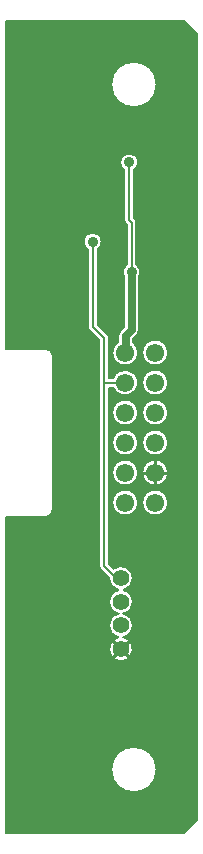
<source format=gbr>
G04 DesignSpark PCB PRO Gerber Version 10.0 Build 5299*
G04 #@! TF.Part,Single*
G04 #@! TF.FileFunction,Copper,L2,Bot*
G04 #@! TF.FilePolarity,Positive*
%FSLAX35Y35*%
%MOIN*%
%ADD119C,0.00500*%
%ADD121C,0.00787*%
%ADD124C,0.00984*%
%ADD122C,0.01000*%
%ADD123C,0.02500*%
G04 #@! TA.AperFunction,ViaPad*
%ADD125C,0.03543*%
G04 #@! TA.AperFunction,ComponentPad*
%ADD131C,0.05512*%
%ADD128C,0.06102*%
G04 #@! TD.AperFunction*
X0Y0D02*
D02*
D119*
X4719Y107986D02*
Y2750D01*
X64175D01*
X68616Y7191D01*
Y268900D01*
X64175Y273341D01*
X4719D01*
Y164167D01*
X17967D01*
G75*
G02*
X20467Y161667I0J-2500D01*
G01*
Y110486D01*
G75*
G02*
X17967Y107986I-2500J0D01*
G01*
X4719D01*
X40606Y154492D02*
G75*
G02*
X48882Y152848I3975J-1644D01*
G01*
G75*
G02*
X40606Y151205I-4301J0D01*
G01*
X39295D01*
Y92269D01*
X40731Y90834D01*
G75*
G02*
X47169Y87652I2433J-3183D01*
G01*
G75*
G02*
X43903Y83715I-4006J0D01*
G01*
G75*
G02*
Y75841I-740J-3937D01*
G01*
G75*
G02*
Y67967I-740J-3937D01*
G01*
G75*
G02*
X43163Y60024I-740J-3937D01*
G01*
G75*
G02*
X42424Y67967I0J4006D01*
G01*
G75*
G02*
Y75841I740J3937D01*
G01*
G75*
G02*
Y83715I740J3937D01*
G01*
G75*
G02*
X39157Y87652I740J3937D01*
G01*
G75*
G02*
X39159Y87757I4005J-7D01*
G01*
X36490Y90426D01*
G75*
G02*
X36008Y91589I1161J1163D01*
G01*
Y166892D01*
X32553Y170347D01*
G75*
G02*
X32071Y171510I1161J1163D01*
G01*
Y197321D01*
G75*
G02*
X30693Y199856I1644J2535D01*
G01*
G75*
G02*
X36736I3022J0D01*
G01*
G75*
G02*
X35358Y197321I-3022J0D01*
G01*
Y172191D01*
X38813Y168736D01*
G75*
G02*
X39295Y167573I-1161J-1163D01*
G01*
Y154492D01*
X40606D01*
X40280Y112848D02*
G75*
G02*
X48882I4301J0D01*
G01*
G75*
G02*
X40280I-4301J0D01*
G01*
Y122848D02*
G75*
G02*
X48882I4301J0D01*
G01*
G75*
G02*
X40280I-4301J0D01*
G01*
Y132848D02*
G75*
G02*
X48882I4301J0D01*
G01*
G75*
G02*
X40280I-4301J0D01*
G01*
Y142848D02*
G75*
G02*
X48882I4301J0D01*
G01*
G75*
G02*
X40280I-4301J0D01*
G01*
X39945Y23872D02*
G75*
G02*
X55043I7549J0D01*
G01*
G75*
G02*
X39945I-7549J0D01*
G01*
Y252219D02*
G75*
G02*
X55043I7549J0D01*
G01*
G75*
G02*
X39945I-7549J0D01*
G01*
X48350Y192254D02*
G75*
G02*
X49207Y188021I-1644J-2535D01*
G01*
Y170329D01*
G75*
G02*
X48474Y168561I-2500J0D01*
G01*
X47238Y167325D01*
Y166230D01*
G75*
G02*
X48882Y162848I-2657J-3382D01*
G01*
G75*
G02*
X40280I-4301J0D01*
G01*
G75*
G02*
X42238Y166456I4301J0D01*
G01*
Y168360D01*
G75*
G02*
X42970Y170128I2500J0D01*
G01*
X44207Y171364D01*
Y188021D01*
G75*
G02*
X45063Y192254I2500J1697D01*
G01*
Y205475D01*
X44758Y205780D01*
G75*
G02*
X44276Y206943I1161J1163D01*
G01*
Y223699D01*
G75*
G02*
X42898Y226234I1644J2535D01*
G01*
G75*
G02*
X48941I3022J0D01*
G01*
G75*
G02*
X47563Y223699I-3022J0D01*
G01*
Y207624D01*
X47868Y207319D01*
G75*
G02*
X48350Y206156I-1161J-1163D01*
G01*
Y192254D01*
X50280Y112848D02*
G75*
G02*
X58882I4301J0D01*
G01*
G75*
G02*
X50280I-4301J0D01*
G01*
Y122848D02*
G75*
G02*
X58882I4301J0D01*
G01*
G75*
G02*
X50280I-4301J0D01*
G01*
Y132848D02*
G75*
G02*
X58882I4301J0D01*
G01*
G75*
G02*
X50280I-4301J0D01*
G01*
Y142848D02*
G75*
G02*
X58882I4301J0D01*
G01*
G75*
G02*
X50280I-4301J0D01*
G01*
Y152848D02*
G75*
G02*
X58882I4301J0D01*
G01*
G75*
G02*
X50280I-4301J0D01*
G01*
Y162848D02*
G75*
G02*
X58882I4301J0D01*
G01*
G75*
G02*
X50280I-4301J0D01*
G01*
X4969Y23872D02*
G36*
X4969Y23872D02*
Y3000D01*
X64425D01*
X68366Y6941D01*
Y23872D01*
X55043D01*
G75*
G02*
X39945I-7549J0D01*
G01*
X4969D01*
G37*
Y107986D02*
G36*
X4969Y107986D02*
Y23872D01*
X39945D01*
G75*
G02*
X55043I7549J0D01*
G01*
X68366D01*
Y112848D01*
X58882D01*
G75*
G02*
X50280I-4301J0D01*
G01*
X48882D01*
G75*
G02*
X40280I-4301J0D01*
G01*
X39295D01*
Y92269D01*
X40731Y90834D01*
G75*
G02*
X47169Y87652I2433J-3183D01*
G01*
Y87651D01*
G75*
G02*
X43903Y83715I-4006J0D01*
G01*
G75*
G02*
X47169Y79778I-740J-3937D01*
G01*
G75*
G02*
X43903Y75841I-4006J0D01*
G01*
G75*
G02*
X47169Y71904I-740J-3937D01*
G01*
G75*
G02*
X43903Y67967I-4006J0D01*
G01*
G75*
G02*
X47169Y64030I-740J-3937D01*
G01*
G75*
G02*
X43163Y60024I-4006J0D01*
G01*
G75*
G02*
X39157Y64030I0J4006D01*
G01*
G75*
G02*
X42424Y67967I4006J0D01*
G01*
G75*
G02*
X39157Y71904I740J3937D01*
G01*
G75*
G02*
X42424Y75841I4006J0D01*
G01*
G75*
G02*
X39157Y79778I740J3937D01*
G01*
G75*
G02*
X42424Y83715I4006J0D01*
G01*
G75*
G02*
X39157Y87651I739J3937D01*
G01*
Y87652D01*
Y87652D01*
G75*
G02*
X39159Y87757I3485J0D01*
G01*
X36490Y90426D01*
G75*
G02*
X36008Y91588I1159J1162D01*
G01*
G75*
G02*
Y91589I1805J0D01*
G01*
Y112848D01*
X20467D01*
Y110486D01*
G75*
G02*
X17967Y107986I-2500J0D01*
G01*
X4969D01*
G37*
X20467Y122848D02*
G36*
X20467Y122848D02*
Y112848D01*
X36008D01*
Y122848D01*
X20467D01*
G37*
X39295D02*
G36*
X39295Y122848D02*
Y112848D01*
X40280D01*
G75*
G02*
X48882I4301J0D01*
G01*
X50280D01*
G75*
G02*
X58882I4301J0D01*
G01*
X68366D01*
Y122848D01*
X58882D01*
G75*
G02*
X50280I-4301J0D01*
G01*
X48882D01*
G75*
G02*
X40280I-4301J0D01*
G01*
X39295D01*
G37*
X20467Y131451D02*
G36*
X20467Y131451D02*
Y122848D01*
X36008D01*
Y131451D01*
X20467D01*
G37*
X39295D02*
G36*
X39295Y131451D02*
Y122848D01*
X40280D01*
G75*
G02*
X48882I4301J0D01*
G01*
X50280D01*
G75*
G02*
X58882I4301J0D01*
G01*
X68366D01*
Y131451D01*
X58648D01*
G75*
G02*
X50513I-4068J1398D01*
G01*
X48648D01*
G75*
G02*
X40513I-4068J1398D01*
G01*
X39295D01*
G37*
X20467Y142848D02*
G36*
X20467Y142848D02*
Y131451D01*
X36008D01*
Y142848D01*
X20467D01*
G37*
X39295D02*
G36*
X39295Y142848D02*
Y131451D01*
X40513D01*
G75*
G02*
X40280Y132848I4068J1398D01*
G01*
G75*
G02*
X48882I4301J0D01*
G01*
G75*
G02*
X48648Y131451I-4301J0D01*
G01*
X50513D01*
G75*
G02*
X50280Y132848I4068J1398D01*
G01*
G75*
G02*
X58882I4301J0D01*
G01*
G75*
G02*
X58648Y131451I-4301J0D01*
G01*
X68366D01*
Y142848D01*
X58882D01*
G75*
G02*
X50280I-4301J0D01*
G01*
X48882D01*
G75*
G02*
X40280I-4301J0D01*
G01*
X39295D01*
G37*
X20467Y152848D02*
G36*
X20467Y152848D02*
Y142848D01*
X36008D01*
Y152848D01*
X20467D01*
G37*
X39295Y151205D02*
G36*
X39295Y151205D02*
Y142848D01*
X40280D01*
G75*
G02*
X48882I4301J0D01*
G01*
X50280D01*
G75*
G02*
X58882I4301J0D01*
G01*
X68366D01*
Y152848D01*
X58882D01*
G75*
G02*
X50280I-4301J0D01*
G01*
X48882D01*
G75*
G02*
X40606Y151205I-4301J0D01*
G01*
X39295D01*
G37*
X20467Y161667D02*
G36*
X20467Y161667D02*
Y152848D01*
X36008D01*
Y162848D01*
X20170D01*
G75*
G02*
X20467Y161667I-2204J-1181D01*
G01*
G37*
X39295Y162848D02*
G36*
X39295Y162848D02*
Y154492D01*
X40606D01*
G75*
G02*
X48882Y152848I3975J-1644D01*
G01*
X50280D01*
G75*
G02*
X58882I4301J0D01*
G01*
X68366D01*
Y162848D01*
X58882D01*
G75*
G02*
X50280I-4301J0D01*
G01*
X48882D01*
G75*
G02*
X40280I-4301J0D01*
G01*
X39295D01*
G37*
X4969Y193902D02*
G36*
X4969Y193902D02*
Y164167D01*
X17967D01*
G75*
G02*
X20170Y162848I0J-2500D01*
G01*
X36008D01*
Y166892D01*
X32553Y170347D01*
G75*
G02*
X32071Y171509I1159J1162D01*
G01*
G75*
G02*
Y171510I1805J0D01*
G01*
Y193902D01*
X4969D01*
G37*
X35358D02*
G36*
X35358Y193902D02*
Y172191D01*
X38813Y168736D01*
G75*
G02*
X39295Y167574I-1159J-1162D01*
G01*
G75*
G02*
Y167573I-1805J0D01*
G01*
Y162848D01*
X40280D01*
G75*
G02*
X42238Y166456I4302J0D01*
G01*
Y168360D01*
G75*
G02*
Y168361I2820J0D01*
G01*
G75*
G02*
X42970Y170128I2498J0D01*
G01*
X44207Y171364D01*
Y188021D01*
G75*
G02*
X43685Y189719I2500J1697D01*
G01*
G75*
G02*
X45063Y192254I3021J0D01*
G01*
Y193902D01*
X35358D01*
G37*
X47238Y167325D02*
G36*
X47238Y167325D02*
Y166230D01*
G75*
G02*
X48882Y162848I-2658J-3382D01*
G01*
X50280D01*
G75*
G02*
X58882I4301J0D01*
G01*
X68366D01*
Y193902D01*
X48350D01*
Y192254D01*
G75*
G02*
X49728Y189719I-1643J-2535D01*
G01*
G75*
G02*
X49207Y188021I-3021J0D01*
G01*
Y170329D01*
G75*
G02*
Y170328I-2820J0D01*
G01*
G75*
G02*
X48474Y168561I-2498J0D01*
G01*
X47238Y167325D01*
G37*
X4969Y252219D02*
G36*
X4969Y252219D02*
Y193902D01*
X32071D01*
Y197321D01*
G75*
G02*
X30693Y199856I1644J2536D01*
G01*
G75*
G02*
X36736I3022J0D01*
G01*
G75*
G02*
X35358Y197321I-3022J0D01*
G01*
Y193902D01*
X45063D01*
Y205475D01*
X44758Y205780D01*
G75*
G02*
X44276Y206942I1159J1162D01*
G01*
G75*
G02*
Y206943I1805J0D01*
G01*
Y223699D01*
G75*
G02*
X42898Y226234I1644J2536D01*
G01*
G75*
G02*
X48941I3022J0D01*
G01*
G75*
G02*
X47563Y223699I-3022J0D01*
G01*
Y207624D01*
X47868Y207319D01*
G75*
G02*
X48350Y206156I-1159J-1162D01*
G01*
Y193902D01*
X68366D01*
Y252219D01*
X55043D01*
G75*
G02*
X39945I-7549J0D01*
G01*
X4969D01*
G37*
Y273091D02*
G36*
X4969Y273091D02*
Y252219D01*
X39945D01*
G75*
G02*
X55043I7549J0D01*
G01*
X68366D01*
Y269150D01*
X64425Y273091D01*
X4969D01*
G37*
D02*
D121*
X33715Y199856D02*
Y171510D01*
X37652Y167573D01*
Y152848D01*
Y153006D02*
Y91589D01*
X41589Y87652D01*
X43163D01*
X44581Y152848D02*
X37652D01*
X45919Y226234D02*
Y206943D01*
X46707Y206156D01*
Y189719D01*
D02*
D122*
X41568Y62434D02*
X40154Y61020D01*
X41568Y65625D02*
X40154Y67039D01*
X44759Y62434D02*
X46173Y61020D01*
X44759Y65625D02*
X46173Y67039D01*
X52030Y122848D02*
X50030D01*
X54581Y120297D02*
Y118297D01*
Y125400D02*
Y127400D01*
X57132Y122848D02*
X59132D01*
D02*
D123*
X46707Y189719D02*
Y170329D01*
X44738Y168360D01*
Y163085D01*
X44581Y162927D01*
Y162848D01*
D02*
D124*
X44423Y153006D02*
X44581Y152848D01*
D02*
D125*
X25841Y13636D03*
Y45526D03*
Y73085D03*
Y100644D03*
Y214423D03*
Y238439D03*
Y262061D03*
X33715Y199856D03*
X44344Y105368D03*
X45919Y226234D03*
X46707Y189719D03*
X49463Y209305D03*
X61667Y217573D03*
X63636Y13636D03*
Y45526D03*
Y73085D03*
Y238439D03*
Y262061D03*
X64030Y100644D03*
D02*
D128*
X44581Y112848D03*
Y122848D03*
Y132848D03*
Y142848D03*
Y152848D03*
Y162848D03*
X54581Y112848D03*
Y122848D03*
Y132848D03*
Y142848D03*
Y152848D03*
Y162848D03*
D02*
D131*
X43163Y64030D03*
Y71904D03*
Y79778D03*
Y87652D03*
X0Y0D02*
M02*

</source>
